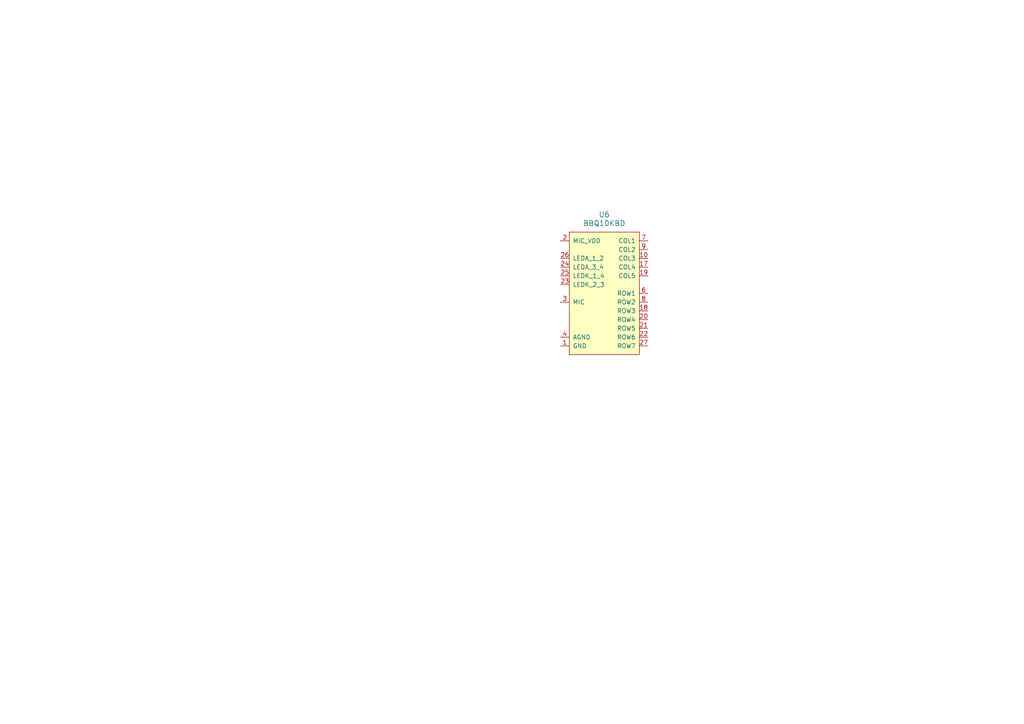
<source format=kicad_sch>
(kicad_sch (version 20230121) (generator eeschema)
  (paper "A4")
  (lib_symbols
    (symbol "Keyboard:BBQ10KBD" (pin_names (offset 1.016))
      (property "Reference" "U" (at 10.16 19.05 0))
      (property "Value" "BBQ10KBD" (at 1.27 -19.05 0))
      (symbol "BBQ10KBD_0_1"
        (rectangle (start -10.16 17.78) (end 10.16 -17.78) (fill (type background)))
      )
      (symbol "BBQ10KBD_1_1"
        (pin power_in line (at -12.7 -15.24 0) (length 2.54) (name "GND") (number "1"))
        (pin output line (at 12.7 10.16 180) (length 2.54) (name "COL3") (number "10"))
        (pin passive line (at -12.7 -15.24 0) (length 2.54) hide (name "GND") (number "11"))
        (pin passive line (at -12.7 -15.24 0) (length 2.54) hide (name "GND") (number "12"))
        (pin passive line (at -12.7 -15.24 0) (length 2.54) hide (name "GND") (number "13"))
        (pin passive line (at -12.7 -15.24 0) (length 2.54) hide (name "GND") (number "14"))
        (pin passive line (at -12.7 -15.24 0) (length 2.54) hide (name "GND") (number "15"))
        (pin passive line (at -12.7 -15.24 0) (length 2.54) hide (name "GND") (number "16"))
        (pin output line (at 12.7 7.62 180) (length 2.54) (name "COL4") (number "17"))
        (pin output line (at 12.7 -5.08 180) (length 2.54) (name "ROW3") (number "18"))
        (pin output line (at 12.7 5.08 180) (length 2.54) (name "COL5") (number "19"))
        (pin power_in line (at -12.7 15.24 0) (length 2.54) (name "MIC_VDD") (number "2"))
        (pin output line (at 12.7 -7.62 180) (length 2.54) (name "ROW4") (number "20"))
        (pin output line (at 12.7 -10.16 180) (length 2.54) (name "ROW5") (number "21"))
        (pin output line (at 12.7 -12.7 180) (length 2.54) (name "ROW6") (number "22"))
        (pin input line (at -12.7 2.54 0) (length 2.54) (name "LEDK_2_3") (number "23"))
        (pin power_in line (at -12.7 7.62 0) (length 2.54) (name "LEDA_3_4") (number "24"))
        (pin input line (at -12.7 5.08 0) (length 2.54) (name "LEDK_1_4") (number "25"))
        (pin power_in line (at -12.7 10.16 0) (length 2.54) (name "LEDA_1_2") (number "26"))
        (pin output line (at 12.7 -15.24 180) (length 2.54) (name "ROW7") (number "27"))
        (pin passive line (at -12.7 -15.24 0) (length 2.54) hide (name "GND") (number "28"))
        (pin output line (at -12.7 -2.54 0) (length 2.54) (name "MIC") (number "3"))
        (pin power_in line (at -12.7 -12.7 0) (length 2.54) (name "AGND") (number "4"))
        (pin passive line (at -12.7 -15.24 0) (length 2.54) hide (name "GND") (number "5"))
        (pin output line (at 12.7 0 180) (length 2.54) (name "ROW1") (number "6"))
        (pin output line (at 12.7 15.24 180) (length 2.54) (name "COL1") (number "7"))
        (pin output line (at 12.7 -2.54 180) (length 2.54) (name "ROW2") (number "8"))
        (pin output line (at 12.7 12.7 180) (length 2.54) (name "COL2") (number "9"))
      )
    )
  )
  (symbol (lib_id "Keyboard:BBQ10KBD") (at 175.26 85.09 0) (unit 1)
    (property "Reference" "U6" (at 175.26 62.23 0) (effects (font (size 1.524 1.524))))
    (property "Value" "BBQ10KBD" (at 175.26 64.77 0) (effects (font (size 1.524 1.524))))
    (property "Footprint" "Connector_Hirose_Extra:BM14B(0.8)-24DS-0.4V(53)" (effects hide))
  )
)
</source>
